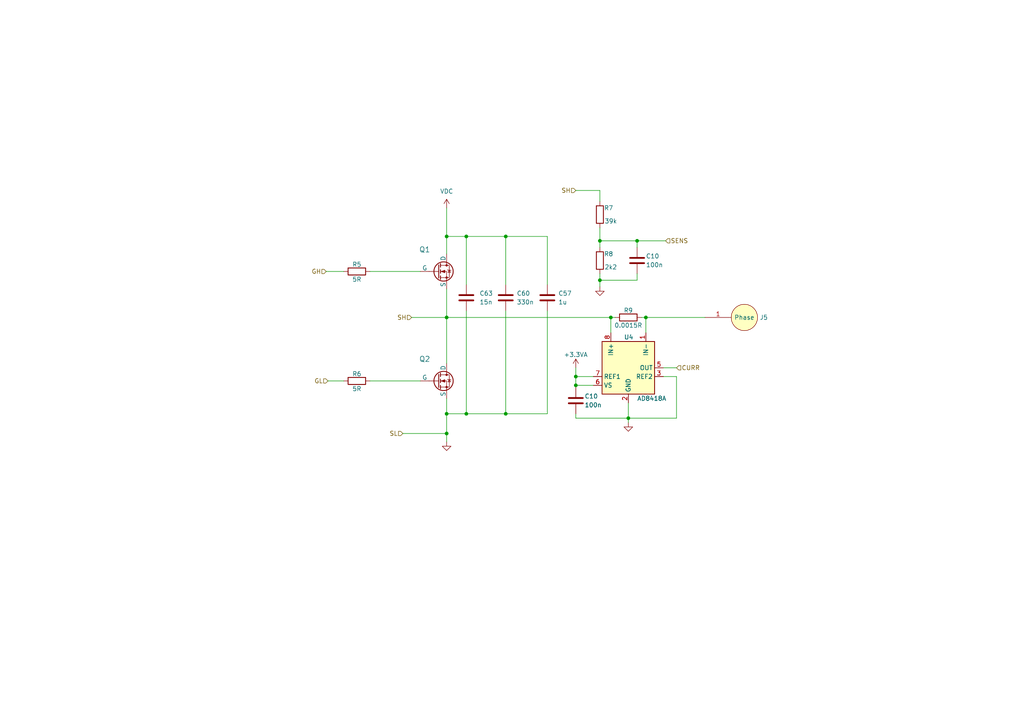
<source format=kicad_sch>
(kicad_sch (version 20230121) (generator eeschema)
  (paper "A4")
  (lib_symbols
    (symbol "Amplifier_Current:AD8418"
      (property "Reference" "U" (at -7.62 10.795 0))
      (property "Value" "AD8418" (at -7.62 8.89 0))
      (symbol "AD8418_0_1"
        (rectangle (start -7.62 7.62) (end 7.62 -7.62) (stroke (width 0.254)) (fill (type background)))
      )
      (symbol "AD8418_1_1"
        (pin input line (at 5.08 10.16 270) (length 2.54) (name "IN-") (number "1"))
        (pin power_in line (at 0 -10.16 90) (length 2.54) (name "GND") (number "2"))
        (pin input line (at 10.16 -2.54 180) (length 2.54) (name "REF2") (number "3"))
        (pin no_connect line (at 2.54 -7.62 90) (length 2.54) hide (name "NC") (number "4"))
        (pin output line (at 10.16 0 180) (length 2.54) (name "OUT") (number "5"))
        (pin power_in line (at -10.16 -5.08 0) (length 2.54) (name "VS") (number "6"))
        (pin input line (at -10.16 -2.54 0) (length 2.54) (name "REF1") (number "7"))
        (pin input line (at -5.08 10.16 270) (length 2.54) (name "IN+") (number "8"))
      )
    )
    (symbol "Connector_Generic:Power_Welding_PAD"
      (property "Reference" "J" (at 0 0 0))
      (symbol "Power_Welding_PAD_1_1"
        (circle (center 0 0) (radius 3.81) (fill (type background)))
        (pin unspecified line (at -11.43 0 0) (length 7.62) (name "") (number "1"))
      )
    )
    (symbol "Device:C" (pin_numbers hide) (pin_names (offset 0.254))
      (property "Reference" "C" (at 0.635 2.54 0))
      (property "Value" "C" (at 0.635 -2.54 0))
      (symbol "C_0_1"
        (polyline (pts (xy -2.032 -0.762) (xy 2.032 -0.762)) (stroke (width 0.508)))
        (polyline (pts (xy -2.032 0.762) (xy 2.032 0.762)) (stroke (width 0.508)))
      )
      (symbol "C_1_1"
        (pin passive line (at 0 3.81 270) (length 2.794) (name "~") (number "1"))
        (pin passive line (at 0 -3.81 90) (length 2.794) (name "~") (number "2"))
      )
    )
    (symbol "Device:R" (pin_numbers hide) (pin_names (offset 0))
      (property "Reference" "R" (at 2.032 0 90))
      (property "Value" "R" (at 0 0 90))
      (symbol "R_0_1"
        (rectangle (start -1.016 -2.54) (end 1.016 2.54) (stroke (width 0.254)))
      )
      (symbol "R_1_1"
        (pin passive line (at 0 3.81 270) (length 1.27) (name "~") (number "1"))
        (pin passive line (at 0 -3.81 90) (length 1.27) (name "~") (number "2"))
      )
    )
    (symbol "Simulation_SPICE:NMOS" (pin_numbers hide) (pin_names (offset 0))
      (property "Reference" "Q" (at 5.08 1.27 0))
      (property "Value" "NMOS" (at 5.08 -1.27 0))
      (symbol "NMOS_0_1"
        (polyline (pts (xy 0.254 0) (xy -2.54 0)))
        (polyline (pts (xy 0.254 1.905) (xy 0.254 -1.905)) (stroke (width 0.254)))
        (polyline (pts (xy 0.762 -1.27) (xy 0.762 -2.286)) (stroke (width 0.254)))
        (polyline (pts (xy 0.762 0.508) (xy 0.762 -0.508)) (stroke (width 0.254)))
        (polyline (pts (xy 0.762 2.286) (xy 0.762 1.27)) (stroke (width 0.254)))
        (polyline (pts (xy 2.54 2.54) (xy 2.54 1.778)))
        (polyline (pts (xy 2.54 -2.54) (xy 2.54 0) (xy 0.762 0)))
        (polyline (pts (xy 0.762 -1.778) (xy 3.302 -1.778) (xy 3.302 1.778) (xy 0.762 1.778)))
        (polyline (pts (xy 1.016 0) (xy 2.032 0.381) (xy 2.032 -0.381) (xy 1.016 0)) (fill (type outline)))
        (polyline (pts (xy 2.794 0.508) (xy 2.921 0.381) (xy 3.683 0.381) (xy 3.81 0.254)))
        (polyline (pts (xy 3.302 0.381) (xy 2.921 -0.254) (xy 3.683 -0.254) (xy 3.302 0.381)))
        (circle (center 1.651 0) (radius 2.794) (stroke (width 0.254)))
        (circle (center 2.54 -1.778) (radius 0.254) (fill (type outline)))
        (circle (center 2.54 1.778) (radius 0.254) (fill (type outline)))
      )
      (symbol "NMOS_1_1"
        (pin passive line (at 2.54 5.08 270) (length 2.54) (name "D") (number "D"))
        (pin input line (at -5.08 0 0) (length 2.54) (name "G") (number "G"))
        (pin passive line (at 2.54 -5.08 90) (length 2.54) (name "S") (number "S"))
      )
    )
    (symbol "power:+3.3VA" (power) (pin_names (offset 0))
      (property "Value" "+3.3VA" (at 0 3.556 0))
      (symbol "+3.3VA_0_1"
        (polyline (pts (xy -0.762 1.27) (xy 0 2.54)))
        (polyline (pts (xy 0 0) (xy 0 2.54)))
        (polyline (pts (xy 0 2.54) (xy 0.762 1.27)))
      )
      (symbol "+3.3VA_1_1"
        (pin power_in line (at 0 0 90) (length 0) hide (name "+3.3VA") (number "1"))
      )
    )
    (symbol "power:GND" (power) (pin_names (offset 0))
      (property "Value" "GND" (at 0 -3.81 0))
      (symbol "GND_0_1"
        (polyline (pts (xy 0 0) (xy 0 -1.27) (xy 1.27 -1.27) (xy 0 -2.54) (xy -1.27 -1.27) (xy 0 -1.27)))
      )
      (symbol "GND_1_1"
        (pin power_in line (at 0 0 270) (length 0) hide (name "GND") (number "1"))
      )
    )
    (symbol "power:VDC" (power) (pin_names (offset 0))
      (property "Value" "VDC" (at 0 6.35 0))
      (symbol "VDC_0_1"
        (polyline (pts (xy -0.762 1.27) (xy 0 2.54)))
        (polyline (pts (xy 0 0) (xy 0 2.54)))
        (polyline (pts (xy 0 2.54) (xy 0.762 1.27)))
      )
      (symbol "VDC_1_1"
        (pin power_in line (at 0 0 90) (length 0) hide (name "VDC") (number "1"))
      )
    )
  )
  (junction (at 182.245 121.285))
  (junction (at 173.99 81.28))
  (junction (at 167.005 111.76))
  (junction (at 129.54 120.015))
  (junction (at 187.325 92.075))
  (junction (at 129.54 68.58))
  (junction (at 167.005 109.22))
  (junction (at 146.685 120.015))
  (junction (at 135.255 120.015))
  (junction (at 177.165 92.075))
  (junction (at 129.54 125.73))
  (junction (at 173.99 69.85))
  (junction (at 184.785 69.85))
  (junction (at 146.685 68.58))
  (junction (at 135.255 68.58))
  (junction (at 129.54 92.075))
  (wire (pts (xy 146.685 68.58) (xy 146.685 82.55)))
  (wire (pts (xy 187.325 92.075) (xy 204.47 92.075)))
  (wire (pts (xy 167.005 106.68) (xy 167.005 109.22)))
  (wire (pts (xy 129.54 120.015) (xy 135.255 120.015)))
  (wire (pts (xy 158.75 90.17) (xy 158.75 120.015)))
  (wire (pts (xy 129.54 92.075) (xy 177.165 92.075)))
  (wire (pts (xy 182.245 116.84) (xy 182.245 121.285)))
  (wire (pts (xy 167.005 111.76) (xy 167.005 112.395)))
  (wire (pts (xy 129.54 68.58) (xy 135.255 68.58)))
  (wire (pts (xy 119.38 92.075) (xy 129.54 92.075)))
  (wire (pts (xy 173.99 81.28) (xy 173.99 83.185)))
  (wire (pts (xy 94.615 78.74) (xy 99.695 78.74)))
  (wire (pts (xy 173.99 55.245) (xy 173.99 58.42)))
  (wire (pts (xy 187.325 92.075) (xy 186.055 92.075)))
  (wire (pts (xy 173.99 79.375) (xy 173.99 81.28)))
  (wire (pts (xy 173.99 69.85) (xy 173.99 71.755)))
  (wire (pts (xy 135.255 120.015) (xy 146.685 120.015)))
  (wire (pts (xy 196.215 121.285) (xy 182.245 121.285)))
  (wire (pts (xy 107.315 110.49) (xy 121.92 110.49)))
  (wire (pts (xy 146.685 90.17) (xy 146.685 120.015)))
  (wire (pts (xy 116.84 125.73) (xy 129.54 125.73)))
  (wire (pts (xy 129.54 115.57) (xy 129.54 120.015)))
  (wire (pts (xy 192.405 106.68) (xy 196.215 106.68)))
  (wire (pts (xy 129.54 125.73) (xy 129.54 128.143)))
  (wire (pts (xy 167.005 55.245) (xy 173.99 55.245)))
  (wire (pts (xy 187.325 96.52) (xy 187.325 92.075)))
  (wire (pts (xy 129.54 120.015) (xy 129.54 125.73)))
  (wire (pts (xy 146.685 68.58) (xy 158.75 68.58)))
  (wire (pts (xy 196.215 109.22) (xy 196.215 121.285)))
  (wire (pts (xy 129.54 83.82) (xy 129.54 92.075)))
  (wire (pts (xy 192.405 109.22) (xy 196.215 109.22)))
  (wire (pts (xy 107.315 78.74) (xy 121.92 78.74)))
  (wire (pts (xy 129.54 92.075) (xy 129.54 105.41)))
  (wire (pts (xy 177.165 96.52) (xy 177.165 92.075)))
  (wire (pts (xy 184.785 81.28) (xy 173.99 81.28)))
  (wire (pts (xy 167.005 109.22) (xy 167.005 111.76)))
  (wire (pts (xy 135.255 68.58) (xy 146.685 68.58)))
  (wire (pts (xy 184.785 69.85) (xy 193.04 69.85)))
  (wire (pts (xy 182.245 121.285) (xy 182.245 122.555)))
  (wire (pts (xy 167.005 121.285) (xy 182.245 121.285)))
  (wire (pts (xy 167.005 111.76) (xy 172.085 111.76)))
  (wire (pts (xy 177.165 92.075) (xy 178.435 92.075)))
  (wire (pts (xy 135.255 90.17) (xy 135.255 120.015)))
  (wire (pts (xy 173.99 66.04) (xy 173.99 69.85)))
  (wire (pts (xy 184.785 71.755) (xy 184.785 69.85)))
  (wire (pts (xy 129.54 68.58) (xy 129.54 73.66)))
  (wire (pts (xy 158.75 68.58) (xy 158.75 82.55)))
  (wire (pts (xy 184.785 69.85) (xy 173.99 69.85)))
  (wire (pts (xy 129.54 60.325) (xy 129.54 68.58)))
  (wire (pts (xy 135.255 68.58) (xy 135.255 82.55)))
  (wire (pts (xy 146.685 120.015) (xy 158.75 120.015)))
  (wire (pts (xy 167.005 120.015) (xy 167.005 121.285)))
  (wire (pts (xy 95.123 110.49) (xy 99.695 110.49)))
  (wire (pts (xy 172.085 109.22) (xy 167.005 109.22)))
  (wire (pts (xy 184.785 79.375) (xy 184.785 81.28)))
  (hierarchical_label "SH" (shape input) (at 119.38 92.075 180))
  (hierarchical_label "GL" (shape input) (at 95.123 110.49 180))
  (hierarchical_label "CURR" (shape input) (at 196.215 106.68 0))
  (hierarchical_label "GH" (shape input) (at 94.615 78.74 180))
  (hierarchical_label "SL" (shape input) (at 116.84 125.73 180))
  (hierarchical_label "SH" (shape input) (at 167.005 55.245 180))
  (hierarchical_label "SENS" (shape input) (at 193.04 69.85 0))
  (symbol (lib_id "Device:C") (at 184.785 75.565 0) (unit 1)
    (property "Reference" "C10" (at 187.325 74.295 0) (effects (justify left)))
    (property "Value" "100n" (at 187.325 76.835 0) (effects (justify left)))
    (property "Footprint" "Capacitor_SMD:C_0402_1005Metric" (effects hide))
    (instances (project "BLDC_V_0.1" (path "" (reference "C10") (unit 1)) (path "" (reference "C10") (unit 1)) (path "" (reference "C19") (unit 1)) (path "" (reference "C23") (unit 1)) (path "" (reference "C27") (unit 1)) (path "" (reference "C29") (unit 1))))
  )
  (symbol (lib_id "Device:C") (at 135.255 86.36 0) (unit 1)
    (property "Reference" "C63" (at 139.065 85.09 0) (effects (justify left)))
    (property "Value" "15n" (at 139.065 87.63 0) (effects (justify left)))
    (property "Footprint" "Capacitor_SMD:C_0603_1608Metric" (effects hide))
    (property "Part-No" "C576847" (effects hide))
    (instances (project "BLDC_V_0.1" (path "" (reference "C63") (unit 1)) (path "" (reference "C64") (unit 1)) (path "" (reference "C65") (unit 1))))
  )
  (symbol (lib_id "Device:R") (at 173.99 62.23 180) (unit 1)
    (property "Reference" "R7" (at 176.53 60.325 0))
    (property "Value" "39k" (at 177.165 64.135 0))
    (property "Footprint" "Resistor_SMD:R_0603_1608Metric" (effects hide))
    (instances (project "BLDC_V_0.1" (path "" (reference "R7") (unit 1)) (path "" (reference "R14") (unit 1)) (path "" (reference "R19") (unit 1))))
  )
  (symbol (lib_id "power:VDC") (at 129.54 60.325 0) (unit 1)
    (property "Reference" "#PWR027" (effects hide))
    (property "Value" "VDC" (at 129.54 55.499 0))
    (instances (project "BLDC_V_0.1" (path "" (reference "#PWR027") (unit 1)) (path "" (reference "#PWR04") (unit 1)) (path "" (reference "#PWR035") (unit 1)) (path "" (reference "#PWR042") (unit 1))))
  )
  (symbol (lib_id "power:+3.3VA") (at 167.005 106.68 0) (unit 1)
    (property "Reference" "#PWR017" (effects hide))
    (property "Value" "+3.3VA" (at 167.005 102.87 0))
    (instances (project "STM32F4_REV2" (path "" (reference "#PWR017") (unit 1))) (project "BLDC_V_0.1" (path "" (reference "#PWR08") (unit 1)) (path "" (reference "#PWR015") (unit 1)) (path "" (reference "#PWR030") (unit 1)) (path "" (reference "#PWR040") (unit 1)) (path "" (reference "#PWR046") (unit 1))))
  )
  (symbol (lib_id "Amplifier_Current:AD8418") (at 182.245 106.68 0) (unit 1)
    (property "Reference" "U4" (at 180.975 97.79 0) (effects (justify left)))
    (property "Value" "AD8418A" (at 184.785 115.57 0) (effects (justify left)))
    (property "Footprint" "Package_SO:SOIC-8_3.9x4.9mm_P1.27mm" (effects hide))
    (property "Datasheet" "https://www.analog.com/media/en/technical-documentation/data-sheets/AD8418.pdf" (effects hide))
    (property "Link" "https://jlcpcb.com/partdetail/AnalogDevices-AD8418AWBRZRL/C462197" (effects hide))
    (instances (project "BLDC_V_0.1" (path "" (reference "U4") (unit 1)) (path "" (reference "U6") (unit 1)) (path "" (reference "U7") (unit 1))))
  )
  (symbol (lib_id "Simulation_SPICE:NMOS") (at 127 110.49 0) (unit 1)
    (property "Reference" "Q2" (at 123.19 104.14 0) (effects (font (size 1.524 1.524))))
    (property "Value" "BSC070N10NS5SCATMA1" (effects hide))
    (property "Footprint" "BSC070N:PG-WSON-8" (effects hide))
    (property "Datasheet" "https://ngspice.sourceforge.io/docs/ngspice-manual.pdf" (effects hide))
    (property "Sim.Device" "NMOS" (effects hide))
    (property "Sim.Type" "VDMOS" (effects hide))
    (property "Sim.Pins" "1=D 2=G 3=S" (effects hide))
    (instances (project "BLDC_V_0.1" (path "" (reference "Q2") (unit 1)) (path "" (reference "Q4") (unit 1)) (path "" (reference "Q6") (unit 1))))
  )
  (symbol (lib_id "power:GND") (at 173.99 83.185 0) (unit 1)
    (property "Reference" "#PWR024" (effects hide))
    (property "Value" "GND" (effects hide))
    (instances (project "BLDC_V_0.1" (path "" (reference "#PWR024") (unit 1)) (path "" (reference "#PWR023") (unit 1)) (path "" (reference "#PWR031") (unit 1)) (path "" (reference "#PWR029") (unit 1)) (path "" (reference "#PWR039") (unit 1)) (path "" (reference "#PWR044") (unit 1))))
  )
  (symbol (lib_id "Device:R") (at 182.245 92.075 90) (unit 1)
    (property "Reference" "R9" (at 182.245 90.043 90))
    (property "Value" "0.0015R" (at 182.245 94.361 90))
    (property "Footprint" "Resistor_SMD:R_2512_6332Metric" (effects hide))
    (property "Link" "https://jlcpcb.com/partdetail/Milliohm-LR2512D_3W_1_5mR_1/C500735" (effects hide))
    (property "Comment" "3W" (effects hide))
    (instances (project "BLDC_V_0.1" (path "" (reference "R9") (unit 1)) (path "" (reference "R16") (unit 1)) (path "" (reference "R21") (unit 1))))
  )
  (symbol (lib_id "Device:R") (at 103.505 78.74 90) (unit 1)
    (property "Reference" "R5" (at 103.505 76.708 90))
    (property "Value" "5R" (at 103.505 81.026 90))
    (property "Footprint" "Resistor_SMD:R_0805_2012Metric" (effects hide))
    (property "Comment" "0508 (Reversed) / > 1W" (effects hide))
    (instances (project "BLDC_V_0.1" (path "" (reference "R5") (unit 1)) (path "" (reference "R12") (unit 1)) (path "" (reference "R17") (unit 1))))
  )
  (symbol (lib_id "Simulation_SPICE:NMOS") (at 127 78.74 0) (unit 1)
    (property "Reference" "Q1" (at 123.19 72.39 0) (effects (font (size 1.524 1.524))))
    (property "Value" "BSC070N10NS5SCATMA1" (effects hide))
    (property "Footprint" "BSC070N:PG-WSON-8" (effects hide))
    (property "Datasheet" "https://ngspice.sourceforge.io/docs/ngspice-manual.pdf" (effects hide))
    (property "Sim.Device" "NMOS" (effects hide))
    (property "Sim.Type" "VDMOS" (effects hide))
    (property "Sim.Pins" "1=D 2=G 3=S" (effects hide))
    (instances (project "BLDC_V_0.1" (path "" (reference "Q1") (unit 1)) (path "" (reference "Q3") (unit 1)) (path "" (reference "Q5") (unit 1))))
  )
  (symbol (lib_id "Connector_Generic:Power_Welding_PAD") (at 215.9 92.075 0) (unit 1)
    (property "Reference" "J5" (at 220.345 92.075 0) (effects (justify left)))
    (property "Value" "Phase" (at 215.9 92.075 0))
    (property "Footprint" "Connector:Power_Welding_Pad_10x10mm" (effects hide))
    (instances (project "BLDC_V_0.1" (path "" (reference "J5") (unit 1)) (path "" (reference "J6") (unit 1)) (path "" (reference "J7") (unit 1))))
  )
  (symbol (lib_id "power:GND") (at 129.54 128.143 0) (unit 1)
    (property "Reference" "#PWR024" (effects hide))
    (property "Value" "GND" (effects hide))
    (instances (project "BLDC_V_0.1" (path "" (reference "#PWR024") (unit 1)) (path "" (reference "#PWR023") (unit 1)) (path "" (reference "#PWR031") (unit 1)) (path "" (reference "#PWR011") (unit 1)) (path "" (reference "#PWR036") (unit 1)) (path "" (reference "#PWR043") (unit 1))))
  )
  (symbol (lib_id "Device:R") (at 103.505 110.49 90) (unit 1)
    (property "Reference" "R6" (at 103.505 108.458 90))
    (property "Value" "5R" (at 103.505 112.776 90))
    (property "Footprint" "Resistor_SMD:R_0805_2012Metric" (effects hide))
    (property "Comment" "0508 (Reversed) / > 1W" (effects hide))
    (instances (project "BLDC_V_0.1" (path "" (reference "R6") (unit 1)) (path "" (reference "R13") (unit 1)) (path "" (reference "R18") (unit 1))))
  )
  (symbol (lib_id "Device:C") (at 146.685 86.36 0) (unit 1)
    (property "Reference" "C60" (at 149.86 85.09 0) (effects (justify left)))
    (property "Value" "330n" (at 149.86 87.63 0) (effects (justify left)))
    (property "Footprint" "Capacitor_SMD:C_0805_2012Metric" (effects hide))
    (property "Part-No" "C2915708" (effects hide))
    (instances (project "BLDC_V_0.1" (path "" (reference "C60") (unit 1)) (path "" (reference "C61") (unit 1)) (path "" (reference "C62") (unit 1))))
  )
  (symbol (lib_id "power:GND") (at 182.245 122.555 0) (unit 1)
    (property "Reference" "#PWR024" (effects hide))
    (property "Value" "GND" (effects hide))
    (instances (project "BLDC_V_0.1" (path "" (reference "#PWR024") (unit 1)) (path "" (reference "#PWR023") (unit 1)) (path "" (reference "#PWR031") (unit 1)) (path "" (reference "#PWR032") (unit 1)) (path "" (reference "#PWR041") (unit 1)) (path "" (reference "#PWR047") (unit 1))))
  )
  (symbol (lib_id "Device:R") (at 173.99 75.565 180) (unit 1)
    (property "Reference" "R8" (at 176.53 73.66 0))
    (property "Value" "2k2" (at 177.165 77.47 0))
    (property "Footprint" "Resistor_SMD:R_0603_1608Metric" (effects hide))
    (instances (project "BLDC_V_0.1" (path "" (reference "R8") (unit 1)) (path "" (reference "R15") (unit 1)) (path "" (reference "R20") (unit 1))))
  )
  (symbol (lib_id "Device:C") (at 158.75 86.36 0) (unit 1)
    (property "Reference" "C57" (at 161.925 85.09 0) (effects (justify left)))
    (property "Value" "1u" (at 161.925 87.63 0) (effects (justify left)))
    (property "Footprint" "Capacitor_SMD:C_1206_3216Metric" (effects hide))
    (property "Part-No" "C2858003" (effects hide))
    (instances (project "BLDC_V_0.1" (path "" (reference "C57") (unit 1)) (path "" (reference "C58") (unit 1)) (path "" (reference "C59") (unit 1))))
  )
  (symbol (lib_id "Device:C") (at 167.005 116.205 0) (unit 1)
    (property "Reference" "C10" (at 169.545 114.935 0) (effects (justify left)))
    (property "Value" "100n" (at 169.545 117.475 0) (effects (justify left)))
    (property "Footprint" "Capacitor_SMD:C_0402_1005Metric" (effects hide))
    (instances (project "BLDC_V_0.1" (path "" (reference "C10") (unit 1)) (path "" (reference "C10") (unit 1)) (path "" (reference "C19") (unit 1)) (path "" (reference "C24") (unit 1)) (path "" (reference "C28") (unit 1)) (path "" (reference "C30") (unit 1))))
  )
)
</source>
